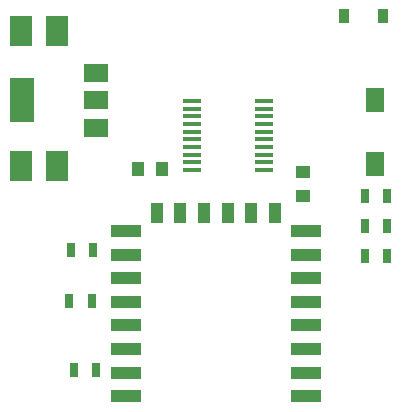
<source format=gtp>
G04 #@! TF.GenerationSoftware,KiCad,Pcbnew,(5.0.0-3-g5ebb6b6)*
G04 #@! TF.CreationDate,2018-11-09T10:28:32+01:00*
G04 #@! TF.ProjectId,WifiModem_IIC+,576966694D6F64656D5F4949432B2E6B,rev?*
G04 #@! TF.SameCoordinates,Original*
G04 #@! TF.FileFunction,Paste,Top*
G04 #@! TF.FilePolarity,Positive*
%FSLAX46Y46*%
G04 Gerber Fmt 4.6, Leading zero omitted, Abs format (unit mm)*
G04 Created by KiCad (PCBNEW (5.0.0-3-g5ebb6b6)) date Friday, 09 November 2018 at 10:28:32*
%MOMM*%
%LPD*%
G01*
G04 APERTURE LIST*
%ADD10R,2.500000X1.000000*%
%ADD11R,1.000000X1.800000*%
%ADD12R,0.900000X1.200000*%
%ADD13R,1.600000X2.000000*%
%ADD14R,1.500000X0.350000*%
%ADD15R,0.700000X1.300000*%
%ADD16R,2.000000X1.500000*%
%ADD17R,2.000000X3.800000*%
%ADD18R,1.000000X1.250000*%
%ADD19R,1.950000X2.500000*%
%ADD20R,1.250000X1.000000*%
G04 APERTURE END LIST*
D10*
G04 #@! TO.C,U1*
X120904000Y-82200000D03*
X120904000Y-80200000D03*
X120904000Y-78200000D03*
X120904000Y-76200000D03*
X120904000Y-74200000D03*
X120904000Y-72200000D03*
X120904000Y-70200000D03*
X120904000Y-68200000D03*
D11*
X123504000Y-66700000D03*
X125504000Y-66700000D03*
X127504000Y-66700000D03*
X129504000Y-66700000D03*
X131504000Y-66700000D03*
X133504000Y-66700000D03*
D10*
X136104000Y-68200000D03*
X136104000Y-70200000D03*
X136104000Y-72200000D03*
X136104000Y-74200000D03*
X136104000Y-76200000D03*
X136104000Y-78200000D03*
X136104000Y-80200000D03*
X136104000Y-82200000D03*
G04 #@! TD*
D12*
G04 #@! TO.C,D1*
X142620000Y-50038000D03*
X139320000Y-50038000D03*
G04 #@! TD*
D13*
G04 #@! TO.C,SW3*
X141986000Y-62550000D03*
X141986000Y-57150000D03*
G04 #@! TD*
D14*
G04 #@! TO.C,U3*
X126458000Y-57202000D03*
X126458000Y-57852000D03*
X126458000Y-58502000D03*
X126458000Y-59152000D03*
X126458000Y-59802000D03*
X126458000Y-60452000D03*
X126458000Y-61102000D03*
X126458000Y-61752000D03*
X126458000Y-62402000D03*
X126458000Y-63052000D03*
X132588000Y-63037000D03*
X132588000Y-62387000D03*
X132588000Y-61737000D03*
X132588000Y-61087000D03*
X132588000Y-60452000D03*
X132588000Y-59802000D03*
X132588000Y-59152000D03*
X132588000Y-58502000D03*
X132588000Y-57852000D03*
X132588000Y-57202000D03*
G04 #@! TD*
D15*
G04 #@! TO.C,R4*
X143002000Y-70358000D03*
X141102000Y-70358000D03*
G04 #@! TD*
D16*
G04 #@! TO.C,U2*
X118364000Y-59450000D03*
X118364000Y-54850000D03*
X118364000Y-57150000D03*
D17*
X112064000Y-57150000D03*
G04 #@! TD*
D18*
G04 #@! TO.C,C5*
X123952000Y-62992000D03*
X121952000Y-62992000D03*
G04 #@! TD*
D19*
G04 #@! TO.C,C6*
X112012000Y-51308000D03*
X115062000Y-51308000D03*
G04 #@! TD*
D20*
G04 #@! TO.C,C7*
X135890000Y-63246000D03*
X135890000Y-65246000D03*
G04 #@! TD*
D19*
G04 #@! TO.C,C8*
X115062000Y-62738000D03*
X112012000Y-62738000D03*
G04 #@! TD*
D15*
G04 #@! TO.C,R1*
X143002000Y-65278000D03*
X141102000Y-65278000D03*
G04 #@! TD*
G04 #@! TO.C,R2*
X143002000Y-67818000D03*
X141102000Y-67818000D03*
G04 #@! TD*
G04 #@! TO.C,R3*
X118110000Y-69850000D03*
X116210000Y-69850000D03*
G04 #@! TD*
G04 #@! TO.C,R5*
X117978000Y-74168000D03*
X116078000Y-74168000D03*
G04 #@! TD*
G04 #@! TO.C,R6*
X118364000Y-80010000D03*
X116464000Y-80010000D03*
G04 #@! TD*
M02*

</source>
